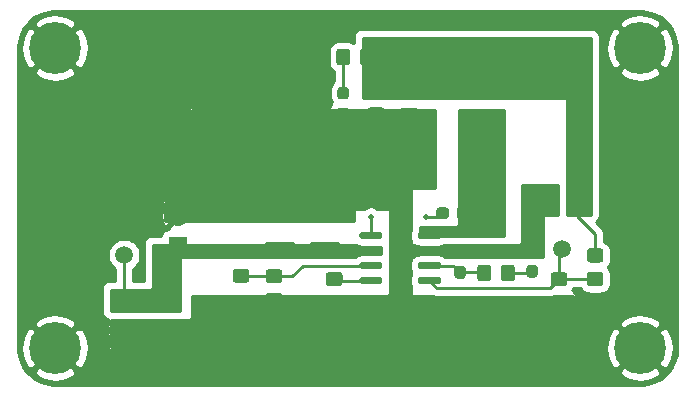
<source format=gtl>
%TF.GenerationSoftware,KiCad,Pcbnew,(5.1.12)-1*%
%TF.CreationDate,2022-02-19T00:27:12-08:00*%
%TF.ProjectId,powersupply,706f7765-7273-4757-9070-6c792e6b6963,1*%
%TF.SameCoordinates,Original*%
%TF.FileFunction,Copper,L1,Top*%
%TF.FilePolarity,Positive*%
%FSLAX46Y46*%
G04 Gerber Fmt 4.6, Leading zero omitted, Abs format (unit mm)*
G04 Created by KiCad (PCBNEW (5.1.12)-1) date 2022-02-19 00:27:12*
%MOMM*%
%LPD*%
G01*
G04 APERTURE LIST*
%TA.AperFunction,ComponentPad*%
%ADD10C,4.399999*%
%TD*%
%TA.AperFunction,SMDPad,CuDef*%
%ADD11C,1.500000*%
%TD*%
%TA.AperFunction,SMDPad,CuDef*%
%ADD12R,2.200000X1.500000*%
%TD*%
%TA.AperFunction,ComponentPad*%
%ADD13O,1.700000X1.700000*%
%TD*%
%TA.AperFunction,ComponentPad*%
%ADD14R,1.700000X1.700000*%
%TD*%
%TA.AperFunction,SMDPad,CuDef*%
%ADD15R,3.500000X2.300000*%
%TD*%
%TA.AperFunction,ComponentPad*%
%ADD16C,1.600000*%
%TD*%
%TA.AperFunction,ComponentPad*%
%ADD17R,1.600000X1.600000*%
%TD*%
%TA.AperFunction,ViaPad*%
%ADD18C,0.508000*%
%TD*%
%TA.AperFunction,Conductor*%
%ADD19C,0.152400*%
%TD*%
%TA.AperFunction,Conductor*%
%ADD20C,0.254000*%
%TD*%
%TA.AperFunction,Conductor*%
%ADD21C,0.100000*%
%TD*%
G04 APERTURE END LIST*
D10*
%TO.P,REF\u002A\u002A,1*%
%TO.N,GND*%
X171450000Y-117475000D03*
%TD*%
%TO.P,REF\u002A\u002A,1*%
%TO.N,GND*%
X121920000Y-117475000D03*
%TD*%
%TO.P,REF\u002A\u002A,1*%
%TO.N,GND*%
X121920000Y-92075000D03*
%TD*%
%TO.P,REF\u002A\u002A,1*%
%TO.N,GND*%
X171450000Y-92075000D03*
%TD*%
D11*
%TO.P,TP5,1*%
%TO.N,Net-(C7-Pad1)*%
X150876000Y-92837000D03*
%TD*%
%TO.P,TP4,1*%
%TO.N,Net-(R4-Pad2)*%
X164846000Y-109093000D03*
%TD*%
%TO.P,TP3,1*%
%TO.N,Net-(C4-Pad1)*%
X159004000Y-107061000D03*
%TD*%
%TO.P,TP2,1*%
%TO.N,Net-(C1-Pad1)*%
X127762000Y-109601000D03*
%TD*%
%TO.P,TP1,1*%
%TO.N,GND*%
X135890000Y-114935000D03*
%TD*%
%TO.P,U1,8*%
%TO.N,Net-(C4-Pad1)*%
%TA.AperFunction,SMDPad,CuDef*%
G36*
G01*
X152630000Y-108100000D02*
X152630000Y-107800000D01*
G75*
G02*
X152780000Y-107650000I150000J0D01*
G01*
X154430000Y-107650000D01*
G75*
G02*
X154580000Y-107800000I0J-150000D01*
G01*
X154580000Y-108100000D01*
G75*
G02*
X154430000Y-108250000I-150000J0D01*
G01*
X152780000Y-108250000D01*
G75*
G02*
X152630000Y-108100000I0J150000D01*
G01*
G37*
%TD.AperFunction*%
%TO.P,U1,7*%
%TO.N,GND*%
%TA.AperFunction,SMDPad,CuDef*%
G36*
G01*
X152630000Y-109370000D02*
X152630000Y-109070000D01*
G75*
G02*
X152780000Y-108920000I150000J0D01*
G01*
X154430000Y-108920000D01*
G75*
G02*
X154580000Y-109070000I0J-150000D01*
G01*
X154580000Y-109370000D01*
G75*
G02*
X154430000Y-109520000I-150000J0D01*
G01*
X152780000Y-109520000D01*
G75*
G02*
X152630000Y-109370000I0J150000D01*
G01*
G37*
%TD.AperFunction*%
%TO.P,U1,6*%
%TO.N,Net-(C8-Pad1)*%
%TA.AperFunction,SMDPad,CuDef*%
G36*
G01*
X152630000Y-110640000D02*
X152630000Y-110340000D01*
G75*
G02*
X152780000Y-110190000I150000J0D01*
G01*
X154430000Y-110190000D01*
G75*
G02*
X154580000Y-110340000I0J-150000D01*
G01*
X154580000Y-110640000D01*
G75*
G02*
X154430000Y-110790000I-150000J0D01*
G01*
X152780000Y-110790000D01*
G75*
G02*
X152630000Y-110640000I0J150000D01*
G01*
G37*
%TD.AperFunction*%
%TO.P,U1,5*%
%TO.N,Net-(R4-Pad2)*%
%TA.AperFunction,SMDPad,CuDef*%
G36*
G01*
X152630000Y-111910000D02*
X152630000Y-111610000D01*
G75*
G02*
X152780000Y-111460000I150000J0D01*
G01*
X154430000Y-111460000D01*
G75*
G02*
X154580000Y-111610000I0J-150000D01*
G01*
X154580000Y-111910000D01*
G75*
G02*
X154430000Y-112060000I-150000J0D01*
G01*
X152780000Y-112060000D01*
G75*
G02*
X152630000Y-111910000I0J150000D01*
G01*
G37*
%TD.AperFunction*%
%TO.P,U1,4*%
%TO.N,Net-(C5-Pad1)*%
%TA.AperFunction,SMDPad,CuDef*%
G36*
G01*
X147680000Y-111910000D02*
X147680000Y-111610000D01*
G75*
G02*
X147830000Y-111460000I150000J0D01*
G01*
X149480000Y-111460000D01*
G75*
G02*
X149630000Y-111610000I0J-150000D01*
G01*
X149630000Y-111910000D01*
G75*
G02*
X149480000Y-112060000I-150000J0D01*
G01*
X147830000Y-112060000D01*
G75*
G02*
X147680000Y-111910000I0J150000D01*
G01*
G37*
%TD.AperFunction*%
%TO.P,U1,3*%
%TO.N,Net-(R1-Pad2)*%
%TA.AperFunction,SMDPad,CuDef*%
G36*
G01*
X147680000Y-110640000D02*
X147680000Y-110340000D01*
G75*
G02*
X147830000Y-110190000I150000J0D01*
G01*
X149480000Y-110190000D01*
G75*
G02*
X149630000Y-110340000I0J-150000D01*
G01*
X149630000Y-110640000D01*
G75*
G02*
X149480000Y-110790000I-150000J0D01*
G01*
X147830000Y-110790000D01*
G75*
G02*
X147680000Y-110640000I0J150000D01*
G01*
G37*
%TD.AperFunction*%
%TO.P,U1,2*%
%TO.N,Net-(C1-Pad1)*%
%TA.AperFunction,SMDPad,CuDef*%
G36*
G01*
X147680000Y-109370000D02*
X147680000Y-109070000D01*
G75*
G02*
X147830000Y-108920000I150000J0D01*
G01*
X149480000Y-108920000D01*
G75*
G02*
X149630000Y-109070000I0J-150000D01*
G01*
X149630000Y-109370000D01*
G75*
G02*
X149480000Y-109520000I-150000J0D01*
G01*
X147830000Y-109520000D01*
G75*
G02*
X147680000Y-109370000I0J150000D01*
G01*
G37*
%TD.AperFunction*%
%TO.P,U1,1*%
%TO.N,Net-(C4-Pad2)*%
%TA.AperFunction,SMDPad,CuDef*%
G36*
G01*
X147680000Y-108100000D02*
X147680000Y-107800000D01*
G75*
G02*
X147830000Y-107650000I150000J0D01*
G01*
X149480000Y-107650000D01*
G75*
G02*
X149630000Y-107800000I0J-150000D01*
G01*
X149630000Y-108100000D01*
G75*
G02*
X149480000Y-108250000I-150000J0D01*
G01*
X147830000Y-108250000D01*
G75*
G02*
X147680000Y-108100000I0J150000D01*
G01*
G37*
%TD.AperFunction*%
%TD*%
%TO.P,R6,2*%
%TO.N,Net-(D2-Pad2)*%
%TA.AperFunction,SMDPad,CuDef*%
G36*
G01*
X146920000Y-92386999D02*
X146920000Y-93287001D01*
G75*
G02*
X146670001Y-93537000I-249999J0D01*
G01*
X145969999Y-93537000D01*
G75*
G02*
X145720000Y-93287001I0J249999D01*
G01*
X145720000Y-92386999D01*
G75*
G02*
X145969999Y-92137000I249999J0D01*
G01*
X146670001Y-92137000D01*
G75*
G02*
X146920000Y-92386999I0J-249999D01*
G01*
G37*
%TD.AperFunction*%
%TO.P,R6,1*%
%TO.N,Net-(C7-Pad1)*%
%TA.AperFunction,SMDPad,CuDef*%
G36*
G01*
X148920000Y-92386999D02*
X148920000Y-93287001D01*
G75*
G02*
X148670001Y-93537000I-249999J0D01*
G01*
X147969999Y-93537000D01*
G75*
G02*
X147720000Y-93287001I0J249999D01*
G01*
X147720000Y-92386999D01*
G75*
G02*
X147969999Y-92137000I249999J0D01*
G01*
X148670001Y-92137000D01*
G75*
G02*
X148920000Y-92386999I0J-249999D01*
G01*
G37*
%TD.AperFunction*%
%TD*%
%TO.P,R5,2*%
%TO.N,GND*%
%TA.AperFunction,SMDPad,CuDef*%
G36*
G01*
X164141999Y-113049000D02*
X165042001Y-113049000D01*
G75*
G02*
X165292000Y-113298999I0J-249999D01*
G01*
X165292000Y-113999001D01*
G75*
G02*
X165042001Y-114249000I-249999J0D01*
G01*
X164141999Y-114249000D01*
G75*
G02*
X163892000Y-113999001I0J249999D01*
G01*
X163892000Y-113298999D01*
G75*
G02*
X164141999Y-113049000I249999J0D01*
G01*
G37*
%TD.AperFunction*%
%TO.P,R5,1*%
%TO.N,Net-(R4-Pad2)*%
%TA.AperFunction,SMDPad,CuDef*%
G36*
G01*
X164141999Y-111049000D02*
X165042001Y-111049000D01*
G75*
G02*
X165292000Y-111298999I0J-249999D01*
G01*
X165292000Y-111999001D01*
G75*
G02*
X165042001Y-112249000I-249999J0D01*
G01*
X164141999Y-112249000D01*
G75*
G02*
X163892000Y-111999001I0J249999D01*
G01*
X163892000Y-111298999D01*
G75*
G02*
X164141999Y-111049000I249999J0D01*
G01*
G37*
%TD.AperFunction*%
%TD*%
%TO.P,R4,2*%
%TO.N,Net-(R4-Pad2)*%
%TA.AperFunction,SMDPad,CuDef*%
G36*
G01*
X167189999Y-111033000D02*
X168090001Y-111033000D01*
G75*
G02*
X168340000Y-111282999I0J-249999D01*
G01*
X168340000Y-111983001D01*
G75*
G02*
X168090001Y-112233000I-249999J0D01*
G01*
X167189999Y-112233000D01*
G75*
G02*
X166940000Y-111983001I0J249999D01*
G01*
X166940000Y-111282999D01*
G75*
G02*
X167189999Y-111033000I249999J0D01*
G01*
G37*
%TD.AperFunction*%
%TO.P,R4,1*%
%TO.N,Net-(C7-Pad1)*%
%TA.AperFunction,SMDPad,CuDef*%
G36*
G01*
X167189999Y-109033000D02*
X168090001Y-109033000D01*
G75*
G02*
X168340000Y-109282999I0J-249999D01*
G01*
X168340000Y-109983001D01*
G75*
G02*
X168090001Y-110233000I-249999J0D01*
G01*
X167189999Y-110233000D01*
G75*
G02*
X166940000Y-109983001I0J249999D01*
G01*
X166940000Y-109282999D01*
G75*
G02*
X167189999Y-109033000I249999J0D01*
G01*
G37*
%TD.AperFunction*%
%TD*%
%TO.P,R3,2*%
%TO.N,Net-(C6-Pad1)*%
%TA.AperFunction,SMDPad,CuDef*%
G36*
G01*
X159658000Y-111575001D02*
X159658000Y-110674999D01*
G75*
G02*
X159907999Y-110425000I249999J0D01*
G01*
X160608001Y-110425000D01*
G75*
G02*
X160858000Y-110674999I0J-249999D01*
G01*
X160858000Y-111575001D01*
G75*
G02*
X160608001Y-111825000I-249999J0D01*
G01*
X159907999Y-111825000D01*
G75*
G02*
X159658000Y-111575001I0J249999D01*
G01*
G37*
%TD.AperFunction*%
%TO.P,R3,1*%
%TO.N,Net-(C8-Pad1)*%
%TA.AperFunction,SMDPad,CuDef*%
G36*
G01*
X157658000Y-111575001D02*
X157658000Y-110674999D01*
G75*
G02*
X157907999Y-110425000I249999J0D01*
G01*
X158608001Y-110425000D01*
G75*
G02*
X158858000Y-110674999I0J-249999D01*
G01*
X158858000Y-111575001D01*
G75*
G02*
X158608001Y-111825000I-249999J0D01*
G01*
X157907999Y-111825000D01*
G75*
G02*
X157658000Y-111575001I0J249999D01*
G01*
G37*
%TD.AperFunction*%
%TD*%
%TO.P,R2,2*%
%TO.N,GND*%
%TA.AperFunction,SMDPad,CuDef*%
G36*
G01*
X140011999Y-112795000D02*
X140912001Y-112795000D01*
G75*
G02*
X141162000Y-113044999I0J-249999D01*
G01*
X141162000Y-113745001D01*
G75*
G02*
X140912001Y-113995000I-249999J0D01*
G01*
X140011999Y-113995000D01*
G75*
G02*
X139762000Y-113745001I0J249999D01*
G01*
X139762000Y-113044999D01*
G75*
G02*
X140011999Y-112795000I249999J0D01*
G01*
G37*
%TD.AperFunction*%
%TO.P,R2,1*%
%TO.N,Net-(R1-Pad2)*%
%TA.AperFunction,SMDPad,CuDef*%
G36*
G01*
X140011999Y-110795000D02*
X140912001Y-110795000D01*
G75*
G02*
X141162000Y-111044999I0J-249999D01*
G01*
X141162000Y-111745001D01*
G75*
G02*
X140912001Y-111995000I-249999J0D01*
G01*
X140011999Y-111995000D01*
G75*
G02*
X139762000Y-111745001I0J249999D01*
G01*
X139762000Y-111044999D01*
G75*
G02*
X140011999Y-110795000I249999J0D01*
G01*
G37*
%TD.AperFunction*%
%TD*%
%TO.P,R1,2*%
%TO.N,Net-(R1-Pad2)*%
%TA.AperFunction,SMDPad,CuDef*%
G36*
G01*
X137217999Y-110763000D02*
X138118001Y-110763000D01*
G75*
G02*
X138368000Y-111012999I0J-249999D01*
G01*
X138368000Y-111713001D01*
G75*
G02*
X138118001Y-111963000I-249999J0D01*
G01*
X137217999Y-111963000D01*
G75*
G02*
X136968000Y-111713001I0J249999D01*
G01*
X136968000Y-111012999D01*
G75*
G02*
X137217999Y-110763000I249999J0D01*
G01*
G37*
%TD.AperFunction*%
%TO.P,R1,1*%
%TO.N,Net-(C1-Pad1)*%
%TA.AperFunction,SMDPad,CuDef*%
G36*
G01*
X137217999Y-108763000D02*
X138118001Y-108763000D01*
G75*
G02*
X138368000Y-109012999I0J-249999D01*
G01*
X138368000Y-109713001D01*
G75*
G02*
X138118001Y-109963000I-249999J0D01*
G01*
X137217999Y-109963000D01*
G75*
G02*
X136968000Y-109713001I0J249999D01*
G01*
X136968000Y-109012999D01*
G75*
G02*
X137217999Y-108763000I249999J0D01*
G01*
G37*
%TD.AperFunction*%
%TD*%
D12*
%TO.P,L1,2*%
%TO.N,Net-(C7-Pad1)*%
X157988000Y-91923000D03*
%TO.P,L1,1*%
%TO.N,Net-(C4-Pad1)*%
X157988000Y-98323000D03*
%TD*%
D13*
%TO.P,J2,2*%
%TO.N,GND*%
X163576000Y-104775000D03*
D14*
%TO.P,J2,1*%
%TO.N,Net-(C7-Pad1)*%
X166116000Y-104775000D03*
%TD*%
D13*
%TO.P,J1,2*%
%TO.N,GND*%
X127762000Y-115951000D03*
D14*
%TO.P,J1,1*%
%TO.N,Net-(C1-Pad1)*%
X127762000Y-113411000D03*
%TD*%
%TO.P,D2,2*%
%TO.N,Net-(D2-Pad2)*%
%TA.AperFunction,SMDPad,CuDef*%
G36*
G01*
X146541500Y-96410000D02*
X146066500Y-96410000D01*
G75*
G02*
X145829000Y-96172500I0J237500D01*
G01*
X145829000Y-95597500D01*
G75*
G02*
X146066500Y-95360000I237500J0D01*
G01*
X146541500Y-95360000D01*
G75*
G02*
X146779000Y-95597500I0J-237500D01*
G01*
X146779000Y-96172500D01*
G75*
G02*
X146541500Y-96410000I-237500J0D01*
G01*
G37*
%TD.AperFunction*%
%TO.P,D2,1*%
%TO.N,GND*%
%TA.AperFunction,SMDPad,CuDef*%
G36*
G01*
X146541500Y-98160000D02*
X146066500Y-98160000D01*
G75*
G02*
X145829000Y-97922500I0J237500D01*
G01*
X145829000Y-97347500D01*
G75*
G02*
X146066500Y-97110000I237500J0D01*
G01*
X146541500Y-97110000D01*
G75*
G02*
X146779000Y-97347500I0J-237500D01*
G01*
X146779000Y-97922500D01*
G75*
G02*
X146541500Y-98160000I-237500J0D01*
G01*
G37*
%TD.AperFunction*%
%TD*%
D15*
%TO.P,D1,2*%
%TO.N,GND*%
X152334000Y-102489000D03*
%TO.P,D1,1*%
%TO.N,Net-(C4-Pad1)*%
X157734000Y-102489000D03*
%TD*%
%TO.P,C9,2*%
%TO.N,GND*%
%TA.AperFunction,SMDPad,CuDef*%
G36*
G01*
X148623000Y-97097000D02*
X149573000Y-97097000D01*
G75*
G02*
X149823000Y-97347000I0J-250000D01*
G01*
X149823000Y-98022000D01*
G75*
G02*
X149573000Y-98272000I-250000J0D01*
G01*
X148623000Y-98272000D01*
G75*
G02*
X148373000Y-98022000I0J250000D01*
G01*
X148373000Y-97347000D01*
G75*
G02*
X148623000Y-97097000I250000J0D01*
G01*
G37*
%TD.AperFunction*%
%TO.P,C9,1*%
%TO.N,Net-(C7-Pad1)*%
%TA.AperFunction,SMDPad,CuDef*%
G36*
G01*
X148623000Y-95022000D02*
X149573000Y-95022000D01*
G75*
G02*
X149823000Y-95272000I0J-250000D01*
G01*
X149823000Y-95947000D01*
G75*
G02*
X149573000Y-96197000I-250000J0D01*
G01*
X148623000Y-96197000D01*
G75*
G02*
X148373000Y-95947000I0J250000D01*
G01*
X148373000Y-95272000D01*
G75*
G02*
X148623000Y-95022000I250000J0D01*
G01*
G37*
%TD.AperFunction*%
%TD*%
%TO.P,C8,2*%
%TO.N,GND*%
%TA.AperFunction,SMDPad,CuDef*%
G36*
G01*
X156447500Y-109884500D02*
X155972500Y-109884500D01*
G75*
G02*
X155735000Y-109647000I0J237500D01*
G01*
X155735000Y-109047000D01*
G75*
G02*
X155972500Y-108809500I237500J0D01*
G01*
X156447500Y-108809500D01*
G75*
G02*
X156685000Y-109047000I0J-237500D01*
G01*
X156685000Y-109647000D01*
G75*
G02*
X156447500Y-109884500I-237500J0D01*
G01*
G37*
%TD.AperFunction*%
%TO.P,C8,1*%
%TO.N,Net-(C8-Pad1)*%
%TA.AperFunction,SMDPad,CuDef*%
G36*
G01*
X156447500Y-111609500D02*
X155972500Y-111609500D01*
G75*
G02*
X155735000Y-111372000I0J237500D01*
G01*
X155735000Y-110772000D01*
G75*
G02*
X155972500Y-110534500I237500J0D01*
G01*
X156447500Y-110534500D01*
G75*
G02*
X156685000Y-110772000I0J-237500D01*
G01*
X156685000Y-111372000D01*
G75*
G02*
X156447500Y-111609500I-237500J0D01*
G01*
G37*
%TD.AperFunction*%
%TD*%
%TO.P,C7,2*%
%TO.N,GND*%
%TA.AperFunction,SMDPad,CuDef*%
G36*
G01*
X151417000Y-97118500D02*
X152367000Y-97118500D01*
G75*
G02*
X152617000Y-97368500I0J-250000D01*
G01*
X152617000Y-98043500D01*
G75*
G02*
X152367000Y-98293500I-250000J0D01*
G01*
X151417000Y-98293500D01*
G75*
G02*
X151167000Y-98043500I0J250000D01*
G01*
X151167000Y-97368500D01*
G75*
G02*
X151417000Y-97118500I250000J0D01*
G01*
G37*
%TD.AperFunction*%
%TO.P,C7,1*%
%TO.N,Net-(C7-Pad1)*%
%TA.AperFunction,SMDPad,CuDef*%
G36*
G01*
X151417000Y-95043500D02*
X152367000Y-95043500D01*
G75*
G02*
X152617000Y-95293500I0J-250000D01*
G01*
X152617000Y-95968500D01*
G75*
G02*
X152367000Y-96218500I-250000J0D01*
G01*
X151417000Y-96218500D01*
G75*
G02*
X151167000Y-95968500I0J250000D01*
G01*
X151167000Y-95293500D01*
G75*
G02*
X151417000Y-95043500I250000J0D01*
G01*
G37*
%TD.AperFunction*%
%TD*%
%TO.P,C6,2*%
%TO.N,GND*%
%TA.AperFunction,SMDPad,CuDef*%
G36*
G01*
X162543500Y-109784000D02*
X162068500Y-109784000D01*
G75*
G02*
X161831000Y-109546500I0J237500D01*
G01*
X161831000Y-108946500D01*
G75*
G02*
X162068500Y-108709000I237500J0D01*
G01*
X162543500Y-108709000D01*
G75*
G02*
X162781000Y-108946500I0J-237500D01*
G01*
X162781000Y-109546500D01*
G75*
G02*
X162543500Y-109784000I-237500J0D01*
G01*
G37*
%TD.AperFunction*%
%TO.P,C6,1*%
%TO.N,Net-(C6-Pad1)*%
%TA.AperFunction,SMDPad,CuDef*%
G36*
G01*
X162543500Y-111509000D02*
X162068500Y-111509000D01*
G75*
G02*
X161831000Y-111271500I0J237500D01*
G01*
X161831000Y-110671500D01*
G75*
G02*
X162068500Y-110434000I237500J0D01*
G01*
X162543500Y-110434000D01*
G75*
G02*
X162781000Y-110671500I0J-237500D01*
G01*
X162781000Y-111271500D01*
G75*
G02*
X162543500Y-111509000I-237500J0D01*
G01*
G37*
%TD.AperFunction*%
%TD*%
%TO.P,C5,2*%
%TO.N,GND*%
%TA.AperFunction,SMDPad,CuDef*%
G36*
G01*
X145067000Y-113120500D02*
X146017000Y-113120500D01*
G75*
G02*
X146267000Y-113370500I0J-250000D01*
G01*
X146267000Y-114045500D01*
G75*
G02*
X146017000Y-114295500I-250000J0D01*
G01*
X145067000Y-114295500D01*
G75*
G02*
X144817000Y-114045500I0J250000D01*
G01*
X144817000Y-113370500D01*
G75*
G02*
X145067000Y-113120500I250000J0D01*
G01*
G37*
%TD.AperFunction*%
%TO.P,C5,1*%
%TO.N,Net-(C5-Pad1)*%
%TA.AperFunction,SMDPad,CuDef*%
G36*
G01*
X145067000Y-111045500D02*
X146017000Y-111045500D01*
G75*
G02*
X146267000Y-111295500I0J-250000D01*
G01*
X146267000Y-111970500D01*
G75*
G02*
X146017000Y-112220500I-250000J0D01*
G01*
X145067000Y-112220500D01*
G75*
G02*
X144817000Y-111970500I0J250000D01*
G01*
X144817000Y-111295500D01*
G75*
G02*
X145067000Y-111045500I250000J0D01*
G01*
G37*
%TD.AperFunction*%
%TD*%
%TO.P,C4,2*%
%TO.N,Net-(C4-Pad2)*%
%TA.AperFunction,SMDPad,CuDef*%
G36*
G01*
X155276500Y-105807500D02*
X155276500Y-106282500D01*
G75*
G02*
X155039000Y-106520000I-237500J0D01*
G01*
X154439000Y-106520000D01*
G75*
G02*
X154201500Y-106282500I0J237500D01*
G01*
X154201500Y-105807500D01*
G75*
G02*
X154439000Y-105570000I237500J0D01*
G01*
X155039000Y-105570000D01*
G75*
G02*
X155276500Y-105807500I0J-237500D01*
G01*
G37*
%TD.AperFunction*%
%TO.P,C4,1*%
%TO.N,Net-(C4-Pad1)*%
%TA.AperFunction,SMDPad,CuDef*%
G36*
G01*
X157001500Y-105807500D02*
X157001500Y-106282500D01*
G75*
G02*
X156764000Y-106520000I-237500J0D01*
G01*
X156164000Y-106520000D01*
G75*
G02*
X155926500Y-106282500I0J237500D01*
G01*
X155926500Y-105807500D01*
G75*
G02*
X156164000Y-105570000I237500J0D01*
G01*
X156764000Y-105570000D01*
G75*
G02*
X157001500Y-105807500I0J-237500D01*
G01*
G37*
%TD.AperFunction*%
%TD*%
%TO.P,C3,2*%
%TO.N,GND*%
%TA.AperFunction,SMDPad,CuDef*%
G36*
G01*
X145880001Y-106707500D02*
X143679999Y-106707500D01*
G75*
G02*
X143430000Y-106457501I0J249999D01*
G01*
X143430000Y-105632499D01*
G75*
G02*
X143679999Y-105382500I249999J0D01*
G01*
X145880001Y-105382500D01*
G75*
G02*
X146130000Y-105632499I0J-249999D01*
G01*
X146130000Y-106457501D01*
G75*
G02*
X145880001Y-106707500I-249999J0D01*
G01*
G37*
%TD.AperFunction*%
%TO.P,C3,1*%
%TO.N,Net-(C1-Pad1)*%
%TA.AperFunction,SMDPad,CuDef*%
G36*
G01*
X145880001Y-109832500D02*
X143679999Y-109832500D01*
G75*
G02*
X143430000Y-109582501I0J249999D01*
G01*
X143430000Y-108757499D01*
G75*
G02*
X143679999Y-108507500I249999J0D01*
G01*
X145880001Y-108507500D01*
G75*
G02*
X146130000Y-108757499I0J-249999D01*
G01*
X146130000Y-109582501D01*
G75*
G02*
X145880001Y-109832500I-249999J0D01*
G01*
G37*
%TD.AperFunction*%
%TD*%
%TO.P,C2,2*%
%TO.N,GND*%
%TA.AperFunction,SMDPad,CuDef*%
G36*
G01*
X142070001Y-106707500D02*
X139869999Y-106707500D01*
G75*
G02*
X139620000Y-106457501I0J249999D01*
G01*
X139620000Y-105632499D01*
G75*
G02*
X139869999Y-105382500I249999J0D01*
G01*
X142070001Y-105382500D01*
G75*
G02*
X142320000Y-105632499I0J-249999D01*
G01*
X142320000Y-106457501D01*
G75*
G02*
X142070001Y-106707500I-249999J0D01*
G01*
G37*
%TD.AperFunction*%
%TO.P,C2,1*%
%TO.N,Net-(C1-Pad1)*%
%TA.AperFunction,SMDPad,CuDef*%
G36*
G01*
X142070001Y-109832500D02*
X139869999Y-109832500D01*
G75*
G02*
X139620000Y-109582501I0J249999D01*
G01*
X139620000Y-108757499D01*
G75*
G02*
X139869999Y-108507500I249999J0D01*
G01*
X142070001Y-108507500D01*
G75*
G02*
X142320000Y-108757499I0J-249999D01*
G01*
X142320000Y-109582501D01*
G75*
G02*
X142070001Y-109832500I-249999J0D01*
G01*
G37*
%TD.AperFunction*%
%TD*%
D16*
%TO.P,C1,2*%
%TO.N,GND*%
X132334000Y-106339000D03*
D17*
%TO.P,C1,1*%
%TO.N,Net-(C1-Pad1)*%
X132334000Y-108839000D03*
%TD*%
D18*
%TO.N,GND*%
X151130000Y-113411000D03*
X150368000Y-113411000D03*
X151892000Y-113411000D03*
X151892000Y-114173000D03*
X151130000Y-114173000D03*
X150368000Y-114173000D03*
X150622000Y-108331000D03*
X151638000Y-108331000D03*
X150622000Y-109093000D03*
X151638000Y-109093000D03*
X150622000Y-109855000D03*
X151638000Y-109855000D03*
X150622000Y-110617000D03*
X151638000Y-110617000D03*
X150622000Y-111379000D03*
X151638000Y-111379000D03*
%TO.N,Net-(C4-Pad2)*%
X148655000Y-106364000D03*
X153351000Y-106364000D03*
%TD*%
D19*
%TO.N,GND*%
X123444000Y-115951000D02*
X121920000Y-117475000D01*
X127762000Y-115951000D02*
X123444000Y-115951000D01*
D20*
%TO.N,Net-(C1-Pad1)*%
X127762000Y-109601000D02*
X127762000Y-113411000D01*
D19*
%TO.N,Net-(C4-Pad2)*%
X148655000Y-106364000D02*
X148655000Y-106364000D01*
X154674000Y-106364000D02*
X154739000Y-106299000D01*
X153351000Y-106364000D02*
X154674000Y-106364000D01*
D20*
X148655000Y-107950000D02*
X148655000Y-106364000D01*
X154420000Y-106364000D02*
X154739000Y-106045000D01*
X153351000Y-106364000D02*
X154420000Y-106364000D01*
D19*
%TO.N,Net-(C4-Pad1)*%
X153605000Y-107950000D02*
X153986000Y-107569000D01*
X153986000Y-107569000D02*
X156210000Y-107569000D01*
X156464000Y-107315000D02*
X156464000Y-106045000D01*
X156210000Y-107569000D02*
X156464000Y-107315000D01*
D20*
%TO.N,Net-(C5-Pad1)*%
X145669000Y-111760000D02*
X145542000Y-111633000D01*
X148655000Y-111760000D02*
X145669000Y-111760000D01*
%TO.N,Net-(C6-Pad1)*%
X162152500Y-111125000D02*
X162306000Y-110971500D01*
X160258000Y-111125000D02*
X162152500Y-111125000D01*
D19*
%TO.N,Net-(C7-Pad1)*%
X166116000Y-104775000D02*
X166116000Y-106299000D01*
X157988000Y-91923000D02*
X157988000Y-92837000D01*
X157988000Y-92837000D02*
X158750000Y-93599000D01*
X158750000Y-93599000D02*
X165100000Y-93599000D01*
X166116000Y-94615000D02*
X166116000Y-104775000D01*
X165100000Y-93599000D02*
X166116000Y-94615000D01*
D20*
X167640000Y-107823000D02*
X166116000Y-106299000D01*
X167640000Y-109633000D02*
X167640000Y-107823000D01*
%TO.N,Net-(C8-Pad1)*%
X155628000Y-110490000D02*
X156210000Y-111072000D01*
X153605000Y-110490000D02*
X155628000Y-110490000D01*
X158205000Y-111072000D02*
X158258000Y-111125000D01*
X156210000Y-111072000D02*
X158205000Y-111072000D01*
%TO.N,Net-(D2-Pad2)*%
X146304000Y-92853000D02*
X146320000Y-92837000D01*
X146304000Y-95885000D02*
X146304000Y-92853000D01*
%TO.N,Net-(R1-Pad2)*%
X140430000Y-111363000D02*
X140462000Y-111395000D01*
X137668000Y-111363000D02*
X140430000Y-111363000D01*
X148655000Y-110490000D02*
X142875000Y-110490000D01*
X141970000Y-111395000D02*
X140462000Y-111395000D01*
X142875000Y-110490000D02*
X141970000Y-111395000D01*
%TO.N,Net-(R4-Pad2)*%
X163846000Y-112395000D02*
X164592000Y-111649000D01*
X154240000Y-112395000D02*
X163846000Y-112395000D01*
X167624000Y-111649000D02*
X167640000Y-111633000D01*
X164592000Y-111649000D02*
X167624000Y-111649000D01*
X164592000Y-109347000D02*
X164846000Y-109093000D01*
X164592000Y-111649000D02*
X164592000Y-109347000D01*
X154240000Y-112395000D02*
X153605000Y-111760000D01*
%TD*%
%TO.N,Net-(C4-Pad1)*%
X159893000Y-107950000D02*
X152781000Y-107950000D01*
X152781000Y-107188000D01*
X153017244Y-107188000D01*
X153091688Y-107218836D01*
X153263441Y-107253000D01*
X153438559Y-107253000D01*
X153610312Y-107218836D01*
X153684756Y-107188000D01*
X155956000Y-107188000D01*
X155980776Y-107185560D01*
X156004601Y-107178333D01*
X156026557Y-107166597D01*
X156045803Y-107150803D01*
X156061597Y-107131557D01*
X156073333Y-107109601D01*
X156080560Y-107085776D01*
X156083000Y-107061000D01*
X156083000Y-97282000D01*
X159893000Y-97282000D01*
X159893000Y-107950000D01*
%TA.AperFunction,Conductor*%
D21*
G36*
X159893000Y-107950000D02*
G01*
X152781000Y-107950000D01*
X152781000Y-107188000D01*
X153017244Y-107188000D01*
X153091688Y-107218836D01*
X153263441Y-107253000D01*
X153438559Y-107253000D01*
X153610312Y-107218836D01*
X153684756Y-107188000D01*
X155956000Y-107188000D01*
X155980776Y-107185560D01*
X156004601Y-107178333D01*
X156026557Y-107166597D01*
X156045803Y-107150803D01*
X156061597Y-107131557D01*
X156073333Y-107109601D01*
X156080560Y-107085776D01*
X156083000Y-107061000D01*
X156083000Y-97282000D01*
X159893000Y-97282000D01*
X159893000Y-107950000D01*
G37*
%TD.AperFunction*%
%TD*%
D20*
%TO.N,Net-(C7-Pad1)*%
X167259000Y-106172000D02*
X165227000Y-106172000D01*
X165227000Y-96393000D01*
X165224560Y-96368224D01*
X165217333Y-96344399D01*
X165205597Y-96322443D01*
X165189803Y-96303197D01*
X165170557Y-96287403D01*
X165148601Y-96275667D01*
X165124776Y-96268440D01*
X165100000Y-96266000D01*
X147955000Y-96266000D01*
X147955000Y-91186000D01*
X167259000Y-91186000D01*
X167259000Y-106172000D01*
%TA.AperFunction,Conductor*%
D21*
G36*
X167259000Y-106172000D02*
G01*
X165227000Y-106172000D01*
X165227000Y-96393000D01*
X165224560Y-96368224D01*
X165217333Y-96344399D01*
X165205597Y-96322443D01*
X165189803Y-96303197D01*
X165170557Y-96287403D01*
X165148601Y-96275667D01*
X165124776Y-96268440D01*
X165100000Y-96266000D01*
X147955000Y-96266000D01*
X147955000Y-91186000D01*
X167259000Y-91186000D01*
X167259000Y-106172000D01*
G37*
%TD.AperFunction*%
%TD*%
D20*
%TO.N,GND*%
X154051000Y-103886000D02*
X152146000Y-103886000D01*
X152121224Y-103888440D01*
X152097399Y-103895667D01*
X152075443Y-103907403D01*
X152056197Y-103923197D01*
X152040403Y-103942443D01*
X152028667Y-103964399D01*
X152021440Y-103988224D01*
X152019000Y-104013000D01*
X152019000Y-107606930D01*
X152007071Y-107646255D01*
X151991928Y-107800000D01*
X151991928Y-108100000D01*
X152007071Y-108253745D01*
X152019000Y-108293070D01*
X152019000Y-108585000D01*
X152021440Y-108609776D01*
X152028667Y-108633601D01*
X152040403Y-108655557D01*
X152056197Y-108674803D01*
X152075443Y-108690597D01*
X152097399Y-108702333D01*
X152121224Y-108709560D01*
X152146000Y-108712000D01*
X152289461Y-108712000D01*
X152342171Y-108755258D01*
X152478418Y-108828084D01*
X152626255Y-108872929D01*
X152780000Y-108888072D01*
X154430000Y-108888072D01*
X154583745Y-108872929D01*
X154731582Y-108828084D01*
X154867829Y-108755258D01*
X154920539Y-108712000D01*
X161290000Y-108712000D01*
X161314776Y-108709560D01*
X161338601Y-108702333D01*
X161360557Y-108690597D01*
X161379803Y-108674803D01*
X161395597Y-108655557D01*
X161407333Y-108633601D01*
X161414560Y-108609776D01*
X161417000Y-108585000D01*
X161417000Y-103632000D01*
X164465000Y-103632000D01*
X164465000Y-106172000D01*
X163322000Y-106172000D01*
X163297224Y-106174440D01*
X163273399Y-106181667D01*
X163251443Y-106193403D01*
X163232197Y-106209197D01*
X163216403Y-106228443D01*
X163204667Y-106250399D01*
X163197440Y-106274224D01*
X163195000Y-106299000D01*
X163195000Y-109728000D01*
X155665423Y-109728000D01*
X155628000Y-109724314D01*
X155590577Y-109728000D01*
X154920539Y-109728000D01*
X154867829Y-109684742D01*
X154731582Y-109611916D01*
X154583745Y-109567071D01*
X154430000Y-109551928D01*
X152780000Y-109551928D01*
X152626255Y-109567071D01*
X152478418Y-109611916D01*
X152342171Y-109684742D01*
X152289461Y-109728000D01*
X152146000Y-109728000D01*
X152121224Y-109730440D01*
X152097399Y-109737667D01*
X152075443Y-109749403D01*
X152056197Y-109765197D01*
X152040403Y-109784443D01*
X152028667Y-109806399D01*
X152021440Y-109830224D01*
X152019000Y-109855000D01*
X152019000Y-110146930D01*
X152007071Y-110186255D01*
X151991928Y-110340000D01*
X151991928Y-110640000D01*
X152007071Y-110793745D01*
X152019000Y-110833070D01*
X152019000Y-111416930D01*
X152007071Y-111456255D01*
X151991928Y-111610000D01*
X151991928Y-111910000D01*
X152007071Y-112063745D01*
X152019000Y-112103070D01*
X152019000Y-112903000D01*
X152021440Y-112927776D01*
X152028667Y-112951601D01*
X152040403Y-112973557D01*
X152056197Y-112992803D01*
X152075443Y-113008597D01*
X152097399Y-113020333D01*
X152121224Y-113027560D01*
X152146000Y-113030000D01*
X153812603Y-113030000D01*
X153814607Y-113031645D01*
X153885364Y-113069465D01*
X153946985Y-113102402D01*
X154090622Y-113145974D01*
X154202574Y-113157000D01*
X154202577Y-113157000D01*
X154240000Y-113160686D01*
X154277423Y-113157000D01*
X163808577Y-113157000D01*
X163846000Y-113160686D01*
X163883423Y-113157000D01*
X163883426Y-113157000D01*
X163995378Y-113145974D01*
X164139015Y-113102402D01*
X164271392Y-113031645D01*
X164273396Y-113030000D01*
X165735000Y-113030000D01*
X165735000Y-117348000D01*
X126619000Y-117348000D01*
X126619000Y-115062000D01*
X133350000Y-115062000D01*
X133374776Y-115059560D01*
X133398601Y-115052333D01*
X133420557Y-115040597D01*
X133439803Y-115024803D01*
X133455597Y-115005557D01*
X133467333Y-114983601D01*
X133474560Y-114959776D01*
X133477000Y-114935000D01*
X133477000Y-113030000D01*
X150114000Y-113030000D01*
X150138776Y-113027560D01*
X150162601Y-113020333D01*
X150184557Y-113008597D01*
X150203803Y-112992803D01*
X150219597Y-112973557D01*
X150231333Y-112951601D01*
X150238560Y-112927776D01*
X150241000Y-112903000D01*
X150241000Y-112103070D01*
X150252929Y-112063745D01*
X150268072Y-111910000D01*
X150268072Y-111610000D01*
X150252929Y-111456255D01*
X150241000Y-111416930D01*
X150241000Y-110833070D01*
X150252929Y-110793745D01*
X150268072Y-110640000D01*
X150268072Y-110340000D01*
X150252929Y-110186255D01*
X150241000Y-110146930D01*
X150241000Y-109563070D01*
X150252929Y-109523745D01*
X150268072Y-109370000D01*
X150268072Y-109070000D01*
X150252929Y-108916255D01*
X150241000Y-108876930D01*
X150241000Y-108293070D01*
X150252929Y-108253745D01*
X150268072Y-108100000D01*
X150268072Y-107800000D01*
X150252929Y-107646255D01*
X150241000Y-107606930D01*
X150241000Y-105791000D01*
X150238560Y-105766224D01*
X150231333Y-105742399D01*
X150219597Y-105720443D01*
X150203803Y-105701197D01*
X150184557Y-105685403D01*
X150162601Y-105673667D01*
X150138776Y-105666440D01*
X150114000Y-105664000D01*
X149207533Y-105664000D01*
X149076099Y-105576179D01*
X148914312Y-105509164D01*
X148742559Y-105475000D01*
X148567441Y-105475000D01*
X148395688Y-105509164D01*
X148233901Y-105576179D01*
X148102467Y-105664000D01*
X147320000Y-105664000D01*
X147295224Y-105666440D01*
X147271399Y-105673667D01*
X147249443Y-105685403D01*
X147230197Y-105701197D01*
X147214403Y-105720443D01*
X147202667Y-105742399D01*
X147195440Y-105766224D01*
X147193000Y-105791000D01*
X147193000Y-106680000D01*
X131191000Y-106680000D01*
X131191000Y-105156000D01*
X133350000Y-105156000D01*
X133374776Y-105153560D01*
X133398601Y-105146333D01*
X133420557Y-105134597D01*
X133439803Y-105118803D01*
X133455597Y-105099557D01*
X133467333Y-105077601D01*
X133474560Y-105053776D01*
X133477000Y-105029000D01*
X133477000Y-97282000D01*
X154051000Y-97282000D01*
X154051000Y-103886000D01*
%TA.AperFunction,Conductor*%
D21*
G36*
X154051000Y-103886000D02*
G01*
X152146000Y-103886000D01*
X152121224Y-103888440D01*
X152097399Y-103895667D01*
X152075443Y-103907403D01*
X152056197Y-103923197D01*
X152040403Y-103942443D01*
X152028667Y-103964399D01*
X152021440Y-103988224D01*
X152019000Y-104013000D01*
X152019000Y-107606930D01*
X152007071Y-107646255D01*
X151991928Y-107800000D01*
X151991928Y-108100000D01*
X152007071Y-108253745D01*
X152019000Y-108293070D01*
X152019000Y-108585000D01*
X152021440Y-108609776D01*
X152028667Y-108633601D01*
X152040403Y-108655557D01*
X152056197Y-108674803D01*
X152075443Y-108690597D01*
X152097399Y-108702333D01*
X152121224Y-108709560D01*
X152146000Y-108712000D01*
X152289461Y-108712000D01*
X152342171Y-108755258D01*
X152478418Y-108828084D01*
X152626255Y-108872929D01*
X152780000Y-108888072D01*
X154430000Y-108888072D01*
X154583745Y-108872929D01*
X154731582Y-108828084D01*
X154867829Y-108755258D01*
X154920539Y-108712000D01*
X161290000Y-108712000D01*
X161314776Y-108709560D01*
X161338601Y-108702333D01*
X161360557Y-108690597D01*
X161379803Y-108674803D01*
X161395597Y-108655557D01*
X161407333Y-108633601D01*
X161414560Y-108609776D01*
X161417000Y-108585000D01*
X161417000Y-103632000D01*
X164465000Y-103632000D01*
X164465000Y-106172000D01*
X163322000Y-106172000D01*
X163297224Y-106174440D01*
X163273399Y-106181667D01*
X163251443Y-106193403D01*
X163232197Y-106209197D01*
X163216403Y-106228443D01*
X163204667Y-106250399D01*
X163197440Y-106274224D01*
X163195000Y-106299000D01*
X163195000Y-109728000D01*
X155665423Y-109728000D01*
X155628000Y-109724314D01*
X155590577Y-109728000D01*
X154920539Y-109728000D01*
X154867829Y-109684742D01*
X154731582Y-109611916D01*
X154583745Y-109567071D01*
X154430000Y-109551928D01*
X152780000Y-109551928D01*
X152626255Y-109567071D01*
X152478418Y-109611916D01*
X152342171Y-109684742D01*
X152289461Y-109728000D01*
X152146000Y-109728000D01*
X152121224Y-109730440D01*
X152097399Y-109737667D01*
X152075443Y-109749403D01*
X152056197Y-109765197D01*
X152040403Y-109784443D01*
X152028667Y-109806399D01*
X152021440Y-109830224D01*
X152019000Y-109855000D01*
X152019000Y-110146930D01*
X152007071Y-110186255D01*
X151991928Y-110340000D01*
X151991928Y-110640000D01*
X152007071Y-110793745D01*
X152019000Y-110833070D01*
X152019000Y-111416930D01*
X152007071Y-111456255D01*
X151991928Y-111610000D01*
X151991928Y-111910000D01*
X152007071Y-112063745D01*
X152019000Y-112103070D01*
X152019000Y-112903000D01*
X152021440Y-112927776D01*
X152028667Y-112951601D01*
X152040403Y-112973557D01*
X152056197Y-112992803D01*
X152075443Y-113008597D01*
X152097399Y-113020333D01*
X152121224Y-113027560D01*
X152146000Y-113030000D01*
X153812603Y-113030000D01*
X153814607Y-113031645D01*
X153885364Y-113069465D01*
X153946985Y-113102402D01*
X154090622Y-113145974D01*
X154202574Y-113157000D01*
X154202577Y-113157000D01*
X154240000Y-113160686D01*
X154277423Y-113157000D01*
X163808577Y-113157000D01*
X163846000Y-113160686D01*
X163883423Y-113157000D01*
X163883426Y-113157000D01*
X163995378Y-113145974D01*
X164139015Y-113102402D01*
X164271392Y-113031645D01*
X164273396Y-113030000D01*
X165735000Y-113030000D01*
X165735000Y-117348000D01*
X126619000Y-117348000D01*
X126619000Y-115062000D01*
X133350000Y-115062000D01*
X133374776Y-115059560D01*
X133398601Y-115052333D01*
X133420557Y-115040597D01*
X133439803Y-115024803D01*
X133455597Y-115005557D01*
X133467333Y-114983601D01*
X133474560Y-114959776D01*
X133477000Y-114935000D01*
X133477000Y-113030000D01*
X150114000Y-113030000D01*
X150138776Y-113027560D01*
X150162601Y-113020333D01*
X150184557Y-113008597D01*
X150203803Y-112992803D01*
X150219597Y-112973557D01*
X150231333Y-112951601D01*
X150238560Y-112927776D01*
X150241000Y-112903000D01*
X150241000Y-112103070D01*
X150252929Y-112063745D01*
X150268072Y-111910000D01*
X150268072Y-111610000D01*
X150252929Y-111456255D01*
X150241000Y-111416930D01*
X150241000Y-110833070D01*
X150252929Y-110793745D01*
X150268072Y-110640000D01*
X150268072Y-110340000D01*
X150252929Y-110186255D01*
X150241000Y-110146930D01*
X150241000Y-109563070D01*
X150252929Y-109523745D01*
X150268072Y-109370000D01*
X150268072Y-109070000D01*
X150252929Y-108916255D01*
X150241000Y-108876930D01*
X150241000Y-108293070D01*
X150252929Y-108253745D01*
X150268072Y-108100000D01*
X150268072Y-107800000D01*
X150252929Y-107646255D01*
X150241000Y-107606930D01*
X150241000Y-105791000D01*
X150238560Y-105766224D01*
X150231333Y-105742399D01*
X150219597Y-105720443D01*
X150203803Y-105701197D01*
X150184557Y-105685403D01*
X150162601Y-105673667D01*
X150138776Y-105666440D01*
X150114000Y-105664000D01*
X149207533Y-105664000D01*
X149076099Y-105576179D01*
X148914312Y-105509164D01*
X148742559Y-105475000D01*
X148567441Y-105475000D01*
X148395688Y-105509164D01*
X148233901Y-105576179D01*
X148102467Y-105664000D01*
X147320000Y-105664000D01*
X147295224Y-105666440D01*
X147271399Y-105673667D01*
X147249443Y-105685403D01*
X147230197Y-105701197D01*
X147214403Y-105720443D01*
X147202667Y-105742399D01*
X147195440Y-105766224D01*
X147193000Y-105791000D01*
X147193000Y-106680000D01*
X131191000Y-106680000D01*
X131191000Y-105156000D01*
X133350000Y-105156000D01*
X133374776Y-105153560D01*
X133398601Y-105146333D01*
X133420557Y-105134597D01*
X133439803Y-105118803D01*
X133455597Y-105099557D01*
X133467333Y-105077601D01*
X133474560Y-105053776D01*
X133477000Y-105029000D01*
X133477000Y-97282000D01*
X154051000Y-97282000D01*
X154051000Y-103886000D01*
G37*
%TD.AperFunction*%
%TD*%
D20*
%TO.N,Net-(C1-Pad1)*%
X147392171Y-108755258D02*
X147528418Y-108828084D01*
X147676255Y-108872929D01*
X147830000Y-108888072D01*
X149479000Y-108888072D01*
X149479000Y-109551928D01*
X147830000Y-109551928D01*
X147676255Y-109567071D01*
X147528418Y-109611916D01*
X147392171Y-109684742D01*
X147339461Y-109728000D01*
X142912422Y-109728000D01*
X142874999Y-109724314D01*
X142837576Y-109728000D01*
X132588000Y-109728000D01*
X132563224Y-109730440D01*
X132539399Y-109737667D01*
X132517443Y-109749403D01*
X132498197Y-109765197D01*
X132482403Y-109784443D01*
X132470667Y-109806399D01*
X132463440Y-109830224D01*
X132461000Y-109855000D01*
X132461000Y-114300000D01*
X126619000Y-114300000D01*
X126619000Y-112522000D01*
X130048000Y-112522000D01*
X130072776Y-112519560D01*
X130096601Y-112512333D01*
X130118557Y-112500597D01*
X130137803Y-112484803D01*
X130153597Y-112465557D01*
X130165333Y-112443601D01*
X130172560Y-112419776D01*
X130175000Y-112395000D01*
X130175000Y-108712000D01*
X147339461Y-108712000D01*
X147392171Y-108755258D01*
%TA.AperFunction,Conductor*%
D21*
G36*
X147392171Y-108755258D02*
G01*
X147528418Y-108828084D01*
X147676255Y-108872929D01*
X147830000Y-108888072D01*
X149479000Y-108888072D01*
X149479000Y-109551928D01*
X147830000Y-109551928D01*
X147676255Y-109567071D01*
X147528418Y-109611916D01*
X147392171Y-109684742D01*
X147339461Y-109728000D01*
X142912422Y-109728000D01*
X142874999Y-109724314D01*
X142837576Y-109728000D01*
X132588000Y-109728000D01*
X132563224Y-109730440D01*
X132539399Y-109737667D01*
X132517443Y-109749403D01*
X132498197Y-109765197D01*
X132482403Y-109784443D01*
X132470667Y-109806399D01*
X132463440Y-109830224D01*
X132461000Y-109855000D01*
X132461000Y-114300000D01*
X126619000Y-114300000D01*
X126619000Y-112522000D01*
X130048000Y-112522000D01*
X130072776Y-112519560D01*
X130096601Y-112512333D01*
X130118557Y-112500597D01*
X130137803Y-112484803D01*
X130153597Y-112465557D01*
X130165333Y-112443601D01*
X130172560Y-112419776D01*
X130175000Y-112395000D01*
X130175000Y-108712000D01*
X147339461Y-108712000D01*
X147392171Y-108755258D01*
G37*
%TD.AperFunction*%
%TD*%
D20*
%TO.N,GND*%
X121785717Y-88940088D02*
X121886353Y-88950000D01*
X171483647Y-88950000D01*
X171577956Y-88940711D01*
X172061222Y-88988096D01*
X172649164Y-89165606D01*
X173191436Y-89453937D01*
X173667364Y-89842094D01*
X174058845Y-90315314D01*
X174350951Y-90855552D01*
X174532563Y-91442244D01*
X174584943Y-91940616D01*
X174584912Y-91940718D01*
X174575000Y-92041354D01*
X174575001Y-117508647D01*
X174584289Y-117602951D01*
X174536904Y-118086221D01*
X174359394Y-118674164D01*
X174071063Y-119216436D01*
X173682906Y-119692364D01*
X173209686Y-120083845D01*
X172669449Y-120375950D01*
X172082756Y-120557563D01*
X171584386Y-120609943D01*
X171584283Y-120609912D01*
X171483647Y-120600000D01*
X121886353Y-120600000D01*
X121792044Y-120609289D01*
X121308779Y-120561904D01*
X120720836Y-120384394D01*
X120178564Y-120096063D01*
X119702636Y-119707906D01*
X119501501Y-119464774D01*
X120109831Y-119464774D01*
X120349977Y-119852017D01*
X120843877Y-120112640D01*
X121379132Y-120271899D01*
X121935173Y-120323676D01*
X122490630Y-120265979D01*
X123024159Y-120101027D01*
X123490023Y-119852017D01*
X123730169Y-119464774D01*
X169639831Y-119464774D01*
X169879977Y-119852017D01*
X170373877Y-120112640D01*
X170909132Y-120271899D01*
X171465173Y-120323676D01*
X172020630Y-120265979D01*
X172554159Y-120101027D01*
X173020023Y-119852017D01*
X173260169Y-119464774D01*
X171450000Y-117654605D01*
X169639831Y-119464774D01*
X123730169Y-119464774D01*
X121920000Y-117654605D01*
X120109831Y-119464774D01*
X119501501Y-119464774D01*
X119311155Y-119234686D01*
X119019050Y-118694449D01*
X118837437Y-118107756D01*
X118785057Y-117609386D01*
X118785088Y-117609283D01*
X118795000Y-117508647D01*
X118795000Y-117490173D01*
X119071324Y-117490173D01*
X119129021Y-118045630D01*
X119293973Y-118579159D01*
X119542983Y-119045023D01*
X119930226Y-119285169D01*
X121740395Y-117475000D01*
X122099605Y-117475000D01*
X123909774Y-119285169D01*
X124297017Y-119045023D01*
X124557640Y-118551123D01*
X124716899Y-118015868D01*
X124768676Y-117459827D01*
X124710979Y-116904370D01*
X124546027Y-116370841D01*
X124297017Y-115904977D01*
X123909774Y-115664831D01*
X122099605Y-117475000D01*
X121740395Y-117475000D01*
X119930226Y-115664831D01*
X119542983Y-115904977D01*
X119282360Y-116398877D01*
X119123101Y-116934132D01*
X119071324Y-117490173D01*
X118795000Y-117490173D01*
X118795000Y-115485226D01*
X120109831Y-115485226D01*
X121920000Y-117295395D01*
X123730169Y-115485226D01*
X123490023Y-115097983D01*
X122996123Y-114837360D01*
X122460868Y-114678101D01*
X121904827Y-114626324D01*
X121349370Y-114684021D01*
X120815841Y-114848973D01*
X120349977Y-115097983D01*
X120109831Y-115485226D01*
X118795000Y-115485226D01*
X118795000Y-112395000D01*
X125857000Y-112395000D01*
X125857000Y-114427000D01*
X125869201Y-114550882D01*
X125905336Y-114670004D01*
X125964017Y-114779787D01*
X126042987Y-114876013D01*
X126139213Y-114954983D01*
X126248996Y-115013664D01*
X126365000Y-115048853D01*
X126365000Y-115447478D01*
X126320524Y-115594110D01*
X126365000Y-115678387D01*
X126365000Y-116223613D01*
X126320524Y-116307890D01*
X126365000Y-116454522D01*
X126365000Y-117475000D01*
X126367440Y-117499776D01*
X126374667Y-117523601D01*
X126386403Y-117545557D01*
X126402197Y-117564803D01*
X126421443Y-117580597D01*
X126443399Y-117592333D01*
X126467224Y-117599560D01*
X126492000Y-117602000D01*
X165862000Y-117602000D01*
X165886776Y-117599560D01*
X165910601Y-117592333D01*
X165932557Y-117580597D01*
X165951803Y-117564803D01*
X165967597Y-117545557D01*
X165979333Y-117523601D01*
X165986560Y-117499776D01*
X165987505Y-117490173D01*
X168601324Y-117490173D01*
X168659021Y-118045630D01*
X168823973Y-118579159D01*
X169072983Y-119045023D01*
X169460226Y-119285169D01*
X171270395Y-117475000D01*
X171629605Y-117475000D01*
X173439774Y-119285169D01*
X173827017Y-119045023D01*
X174087640Y-118551123D01*
X174246899Y-118015868D01*
X174298676Y-117459827D01*
X174240979Y-116904370D01*
X174076027Y-116370841D01*
X173827017Y-115904977D01*
X173439774Y-115664831D01*
X171629605Y-117475000D01*
X171270395Y-117475000D01*
X169460226Y-115664831D01*
X169072983Y-115904977D01*
X168812360Y-116398877D01*
X168653101Y-116934132D01*
X168601324Y-117490173D01*
X165987505Y-117490173D01*
X165989000Y-117475000D01*
X165989000Y-115485226D01*
X169639831Y-115485226D01*
X171450000Y-117295395D01*
X173260169Y-115485226D01*
X173020023Y-115097983D01*
X172526123Y-114837360D01*
X171990868Y-114678101D01*
X171434827Y-114626324D01*
X170879370Y-114684021D01*
X170345841Y-114848973D01*
X169879977Y-115097983D01*
X169639831Y-115485226D01*
X165989000Y-115485226D01*
X165989000Y-112903000D01*
X165986560Y-112878224D01*
X165979333Y-112854399D01*
X165967597Y-112832443D01*
X165951803Y-112813197D01*
X165932557Y-112797403D01*
X165910601Y-112785667D01*
X165886776Y-112778440D01*
X165866325Y-112776426D01*
X165822537Y-112694506D01*
X165743185Y-112597815D01*
X165713724Y-112573637D01*
X165780405Y-112492387D01*
X165823907Y-112411000D01*
X166416645Y-112411000D01*
X166451595Y-112476387D01*
X166562038Y-112610962D01*
X166696613Y-112721405D01*
X166850149Y-112803472D01*
X167016745Y-112854008D01*
X167189999Y-112871072D01*
X168090001Y-112871072D01*
X168263255Y-112854008D01*
X168429851Y-112803472D01*
X168583387Y-112721405D01*
X168717962Y-112610962D01*
X168828405Y-112476387D01*
X168910472Y-112322851D01*
X168961008Y-112156255D01*
X168978072Y-111983001D01*
X168978072Y-111282999D01*
X168961008Y-111109745D01*
X168910472Y-110943149D01*
X168828405Y-110789613D01*
X168717962Y-110655038D01*
X168691109Y-110633000D01*
X168717962Y-110610962D01*
X168828405Y-110476387D01*
X168910472Y-110322851D01*
X168961008Y-110156255D01*
X168978072Y-109983001D01*
X168978072Y-109282999D01*
X168961008Y-109109745D01*
X168910472Y-108943149D01*
X168828405Y-108789613D01*
X168717962Y-108655038D01*
X168583387Y-108544595D01*
X168429851Y-108462528D01*
X168402000Y-108454080D01*
X168402000Y-107860422D01*
X168405686Y-107822999D01*
X168399602Y-107761225D01*
X168390974Y-107673622D01*
X168347402Y-107529985D01*
X168276645Y-107397608D01*
X168181422Y-107281578D01*
X168152352Y-107257721D01*
X167727596Y-106832965D01*
X167738787Y-106826983D01*
X167835013Y-106748013D01*
X167913983Y-106651787D01*
X167972664Y-106542004D01*
X168008799Y-106422882D01*
X168021000Y-106299000D01*
X168021000Y-94064774D01*
X169639831Y-94064774D01*
X169879977Y-94452017D01*
X170373877Y-94712640D01*
X170909132Y-94871899D01*
X171465173Y-94923676D01*
X172020630Y-94865979D01*
X172554159Y-94701027D01*
X173020023Y-94452017D01*
X173260169Y-94064774D01*
X171450000Y-92254605D01*
X169639831Y-94064774D01*
X168021000Y-94064774D01*
X168021000Y-92090173D01*
X168601324Y-92090173D01*
X168659021Y-92645630D01*
X168823973Y-93179159D01*
X169072983Y-93645023D01*
X169460226Y-93885169D01*
X171270395Y-92075000D01*
X171629605Y-92075000D01*
X173439774Y-93885169D01*
X173827017Y-93645023D01*
X174087640Y-93151123D01*
X174246899Y-92615868D01*
X174298676Y-92059827D01*
X174240979Y-91504370D01*
X174076027Y-90970841D01*
X173827017Y-90504977D01*
X173439774Y-90264831D01*
X171629605Y-92075000D01*
X171270395Y-92075000D01*
X169460226Y-90264831D01*
X169072983Y-90504977D01*
X168812360Y-90998877D01*
X168653101Y-91534132D01*
X168601324Y-92090173D01*
X168021000Y-92090173D01*
X168021000Y-91059000D01*
X168008799Y-90935118D01*
X167972664Y-90815996D01*
X167913983Y-90706213D01*
X167835013Y-90609987D01*
X167738787Y-90531017D01*
X167629004Y-90472336D01*
X167509882Y-90436201D01*
X167386000Y-90424000D01*
X147828000Y-90424000D01*
X147704118Y-90436201D01*
X147584996Y-90472336D01*
X147475213Y-90531017D01*
X147378987Y-90609987D01*
X147300017Y-90706213D01*
X147241336Y-90815996D01*
X147205201Y-90935118D01*
X147193000Y-91059000D01*
X147193000Y-91672898D01*
X147163387Y-91648595D01*
X147009851Y-91566528D01*
X146843255Y-91515992D01*
X146670001Y-91498928D01*
X145969999Y-91498928D01*
X145796745Y-91515992D01*
X145630149Y-91566528D01*
X145476613Y-91648595D01*
X145342038Y-91759038D01*
X145231595Y-91893613D01*
X145149528Y-92047149D01*
X145098992Y-92213745D01*
X145081928Y-92386999D01*
X145081928Y-93287001D01*
X145098992Y-93460255D01*
X145149528Y-93626851D01*
X145231595Y-93780387D01*
X145342038Y-93914962D01*
X145476613Y-94025405D01*
X145542001Y-94060356D01*
X145542000Y-94900721D01*
X145447377Y-94978377D01*
X145338488Y-95111058D01*
X145257577Y-95262433D01*
X145207752Y-95426684D01*
X145190928Y-95597500D01*
X145190928Y-96172500D01*
X145207752Y-96343316D01*
X145257577Y-96507567D01*
X145338488Y-96658942D01*
X145358099Y-96682839D01*
X145298463Y-96755506D01*
X145239498Y-96865820D01*
X145203188Y-96985518D01*
X145199004Y-97028000D01*
X133350000Y-97028000D01*
X133325224Y-97030440D01*
X133301399Y-97037667D01*
X133279443Y-97049403D01*
X133260197Y-97065197D01*
X133244403Y-97084443D01*
X133232667Y-97106399D01*
X133225440Y-97130224D01*
X133223000Y-97155000D01*
X133223000Y-104902000D01*
X132328750Y-104902000D01*
X132263488Y-104898783D01*
X132241776Y-104902000D01*
X131064000Y-104902000D01*
X131039224Y-104904440D01*
X131015399Y-104911667D01*
X130993443Y-104923403D01*
X130974197Y-104939197D01*
X130958403Y-104958443D01*
X130946667Y-104980399D01*
X130939440Y-105004224D01*
X130937000Y-105029000D01*
X130937000Y-106010294D01*
X130907700Y-106127184D01*
X130893783Y-106409512D01*
X130935213Y-106689130D01*
X130937000Y-106694127D01*
X130937000Y-106807000D01*
X130939440Y-106831776D01*
X130946667Y-106855601D01*
X130958403Y-106877557D01*
X130974197Y-106896803D01*
X130993443Y-106912597D01*
X131015399Y-106924333D01*
X131019803Y-106925669D01*
X131030397Y-106955292D01*
X131097329Y-107080514D01*
X131341298Y-107152097D01*
X131559395Y-106934000D01*
X131918605Y-106934000D01*
X131520903Y-107331702D01*
X131541215Y-107400928D01*
X131534000Y-107400928D01*
X131409518Y-107413188D01*
X131289820Y-107449498D01*
X131179506Y-107508463D01*
X131082815Y-107587815D01*
X131003463Y-107684506D01*
X130944498Y-107794820D01*
X130908188Y-107914518D01*
X130904693Y-107950000D01*
X130048000Y-107950000D01*
X129924118Y-107962201D01*
X129804996Y-107998336D01*
X129695213Y-108057017D01*
X129598987Y-108135987D01*
X129520017Y-108232213D01*
X129461336Y-108341996D01*
X129425201Y-108461118D01*
X129413000Y-108585000D01*
X129413000Y-111760000D01*
X128524000Y-111760000D01*
X128524000Y-110757573D01*
X128644886Y-110676799D01*
X128837799Y-110483886D01*
X128989371Y-110257043D01*
X129093775Y-110004989D01*
X129147000Y-109737411D01*
X129147000Y-109464589D01*
X129093775Y-109197011D01*
X128989371Y-108944957D01*
X128837799Y-108718114D01*
X128644886Y-108525201D01*
X128418043Y-108373629D01*
X128165989Y-108269225D01*
X127898411Y-108216000D01*
X127625589Y-108216000D01*
X127358011Y-108269225D01*
X127105957Y-108373629D01*
X126879114Y-108525201D01*
X126686201Y-108718114D01*
X126534629Y-108944957D01*
X126430225Y-109197011D01*
X126377000Y-109464589D01*
X126377000Y-109737411D01*
X126430225Y-110004989D01*
X126534629Y-110257043D01*
X126686201Y-110483886D01*
X126879114Y-110676799D01*
X127000000Y-110757573D01*
X127000001Y-111760000D01*
X126492000Y-111760000D01*
X126368118Y-111772201D01*
X126248996Y-111808336D01*
X126139213Y-111867017D01*
X126042987Y-111945987D01*
X125964017Y-112042213D01*
X125905336Y-112151996D01*
X125869201Y-112271118D01*
X125857000Y-112395000D01*
X118795000Y-112395000D01*
X118795000Y-94064774D01*
X120109831Y-94064774D01*
X120349977Y-94452017D01*
X120843877Y-94712640D01*
X121379132Y-94871899D01*
X121935173Y-94923676D01*
X122490630Y-94865979D01*
X123024159Y-94701027D01*
X123490023Y-94452017D01*
X123730169Y-94064774D01*
X121920000Y-92254605D01*
X120109831Y-94064774D01*
X118795000Y-94064774D01*
X118795000Y-92090173D01*
X119071324Y-92090173D01*
X119129021Y-92645630D01*
X119293973Y-93179159D01*
X119542983Y-93645023D01*
X119930226Y-93885169D01*
X121740395Y-92075000D01*
X122099605Y-92075000D01*
X123909774Y-93885169D01*
X124297017Y-93645023D01*
X124557640Y-93151123D01*
X124716899Y-92615868D01*
X124768676Y-92059827D01*
X124710979Y-91504370D01*
X124546027Y-90970841D01*
X124297017Y-90504977D01*
X123909774Y-90264831D01*
X122099605Y-92075000D01*
X121740395Y-92075000D01*
X119930226Y-90264831D01*
X119542983Y-90504977D01*
X119282360Y-90998877D01*
X119123101Y-91534132D01*
X119071324Y-92090173D01*
X118795000Y-92090173D01*
X118795000Y-92041353D01*
X118785711Y-91947044D01*
X118833096Y-91463778D01*
X119010606Y-90875836D01*
X119298937Y-90333564D01*
X119501476Y-90085226D01*
X120109831Y-90085226D01*
X121920000Y-91895395D01*
X123730169Y-90085226D01*
X169639831Y-90085226D01*
X171450000Y-91895395D01*
X173260169Y-90085226D01*
X173020023Y-89697983D01*
X172526123Y-89437360D01*
X171990868Y-89278101D01*
X171434827Y-89226324D01*
X170879370Y-89284021D01*
X170345841Y-89448973D01*
X169879977Y-89697983D01*
X169639831Y-90085226D01*
X123730169Y-90085226D01*
X123490023Y-89697983D01*
X122996123Y-89437360D01*
X122460868Y-89278101D01*
X121904827Y-89226324D01*
X121349370Y-89284021D01*
X120815841Y-89448973D01*
X120349977Y-89697983D01*
X120109831Y-90085226D01*
X119501476Y-90085226D01*
X119687094Y-89857636D01*
X120160314Y-89466155D01*
X120700552Y-89174049D01*
X121287244Y-88992437D01*
X121785616Y-88940057D01*
X121785717Y-88940088D01*
%TA.AperFunction,Conductor*%
D21*
G36*
X121785717Y-88940088D02*
G01*
X121886353Y-88950000D01*
X171483647Y-88950000D01*
X171577956Y-88940711D01*
X172061222Y-88988096D01*
X172649164Y-89165606D01*
X173191436Y-89453937D01*
X173667364Y-89842094D01*
X174058845Y-90315314D01*
X174350951Y-90855552D01*
X174532563Y-91442244D01*
X174584943Y-91940616D01*
X174584912Y-91940718D01*
X174575000Y-92041354D01*
X174575001Y-117508647D01*
X174584289Y-117602951D01*
X174536904Y-118086221D01*
X174359394Y-118674164D01*
X174071063Y-119216436D01*
X173682906Y-119692364D01*
X173209686Y-120083845D01*
X172669449Y-120375950D01*
X172082756Y-120557563D01*
X171584386Y-120609943D01*
X171584283Y-120609912D01*
X171483647Y-120600000D01*
X121886353Y-120600000D01*
X121792044Y-120609289D01*
X121308779Y-120561904D01*
X120720836Y-120384394D01*
X120178564Y-120096063D01*
X119702636Y-119707906D01*
X119501501Y-119464774D01*
X120109831Y-119464774D01*
X120349977Y-119852017D01*
X120843877Y-120112640D01*
X121379132Y-120271899D01*
X121935173Y-120323676D01*
X122490630Y-120265979D01*
X123024159Y-120101027D01*
X123490023Y-119852017D01*
X123730169Y-119464774D01*
X169639831Y-119464774D01*
X169879977Y-119852017D01*
X170373877Y-120112640D01*
X170909132Y-120271899D01*
X171465173Y-120323676D01*
X172020630Y-120265979D01*
X172554159Y-120101027D01*
X173020023Y-119852017D01*
X173260169Y-119464774D01*
X171450000Y-117654605D01*
X169639831Y-119464774D01*
X123730169Y-119464774D01*
X121920000Y-117654605D01*
X120109831Y-119464774D01*
X119501501Y-119464774D01*
X119311155Y-119234686D01*
X119019050Y-118694449D01*
X118837437Y-118107756D01*
X118785057Y-117609386D01*
X118785088Y-117609283D01*
X118795000Y-117508647D01*
X118795000Y-117490173D01*
X119071324Y-117490173D01*
X119129021Y-118045630D01*
X119293973Y-118579159D01*
X119542983Y-119045023D01*
X119930226Y-119285169D01*
X121740395Y-117475000D01*
X122099605Y-117475000D01*
X123909774Y-119285169D01*
X124297017Y-119045023D01*
X124557640Y-118551123D01*
X124716899Y-118015868D01*
X124768676Y-117459827D01*
X124710979Y-116904370D01*
X124546027Y-116370841D01*
X124297017Y-115904977D01*
X123909774Y-115664831D01*
X122099605Y-117475000D01*
X121740395Y-117475000D01*
X119930226Y-115664831D01*
X119542983Y-115904977D01*
X119282360Y-116398877D01*
X119123101Y-116934132D01*
X119071324Y-117490173D01*
X118795000Y-117490173D01*
X118795000Y-115485226D01*
X120109831Y-115485226D01*
X121920000Y-117295395D01*
X123730169Y-115485226D01*
X123490023Y-115097983D01*
X122996123Y-114837360D01*
X122460868Y-114678101D01*
X121904827Y-114626324D01*
X121349370Y-114684021D01*
X120815841Y-114848973D01*
X120349977Y-115097983D01*
X120109831Y-115485226D01*
X118795000Y-115485226D01*
X118795000Y-112395000D01*
X125857000Y-112395000D01*
X125857000Y-114427000D01*
X125869201Y-114550882D01*
X125905336Y-114670004D01*
X125964017Y-114779787D01*
X126042987Y-114876013D01*
X126139213Y-114954983D01*
X126248996Y-115013664D01*
X126365000Y-115048853D01*
X126365000Y-115447478D01*
X126320524Y-115594110D01*
X126365000Y-115678387D01*
X126365000Y-116223613D01*
X126320524Y-116307890D01*
X126365000Y-116454522D01*
X126365000Y-117475000D01*
X126367440Y-117499776D01*
X126374667Y-117523601D01*
X126386403Y-117545557D01*
X126402197Y-117564803D01*
X126421443Y-117580597D01*
X126443399Y-117592333D01*
X126467224Y-117599560D01*
X126492000Y-117602000D01*
X165862000Y-117602000D01*
X165886776Y-117599560D01*
X165910601Y-117592333D01*
X165932557Y-117580597D01*
X165951803Y-117564803D01*
X165967597Y-117545557D01*
X165979333Y-117523601D01*
X165986560Y-117499776D01*
X165987505Y-117490173D01*
X168601324Y-117490173D01*
X168659021Y-118045630D01*
X168823973Y-118579159D01*
X169072983Y-119045023D01*
X169460226Y-119285169D01*
X171270395Y-117475000D01*
X171629605Y-117475000D01*
X173439774Y-119285169D01*
X173827017Y-119045023D01*
X174087640Y-118551123D01*
X174246899Y-118015868D01*
X174298676Y-117459827D01*
X174240979Y-116904370D01*
X174076027Y-116370841D01*
X173827017Y-115904977D01*
X173439774Y-115664831D01*
X171629605Y-117475000D01*
X171270395Y-117475000D01*
X169460226Y-115664831D01*
X169072983Y-115904977D01*
X168812360Y-116398877D01*
X168653101Y-116934132D01*
X168601324Y-117490173D01*
X165987505Y-117490173D01*
X165989000Y-117475000D01*
X165989000Y-115485226D01*
X169639831Y-115485226D01*
X171450000Y-117295395D01*
X173260169Y-115485226D01*
X173020023Y-115097983D01*
X172526123Y-114837360D01*
X171990868Y-114678101D01*
X171434827Y-114626324D01*
X170879370Y-114684021D01*
X170345841Y-114848973D01*
X169879977Y-115097983D01*
X169639831Y-115485226D01*
X165989000Y-115485226D01*
X165989000Y-112903000D01*
X165986560Y-112878224D01*
X165979333Y-112854399D01*
X165967597Y-112832443D01*
X165951803Y-112813197D01*
X165932557Y-112797403D01*
X165910601Y-112785667D01*
X165886776Y-112778440D01*
X165866325Y-112776426D01*
X165822537Y-112694506D01*
X165743185Y-112597815D01*
X165713724Y-112573637D01*
X165780405Y-112492387D01*
X165823907Y-112411000D01*
X166416645Y-112411000D01*
X166451595Y-112476387D01*
X166562038Y-112610962D01*
X166696613Y-112721405D01*
X166850149Y-112803472D01*
X167016745Y-112854008D01*
X167189999Y-112871072D01*
X168090001Y-112871072D01*
X168263255Y-112854008D01*
X168429851Y-112803472D01*
X168583387Y-112721405D01*
X168717962Y-112610962D01*
X168828405Y-112476387D01*
X168910472Y-112322851D01*
X168961008Y-112156255D01*
X168978072Y-111983001D01*
X168978072Y-111282999D01*
X168961008Y-111109745D01*
X168910472Y-110943149D01*
X168828405Y-110789613D01*
X168717962Y-110655038D01*
X168691109Y-110633000D01*
X168717962Y-110610962D01*
X168828405Y-110476387D01*
X168910472Y-110322851D01*
X168961008Y-110156255D01*
X168978072Y-109983001D01*
X168978072Y-109282999D01*
X168961008Y-109109745D01*
X168910472Y-108943149D01*
X168828405Y-108789613D01*
X168717962Y-108655038D01*
X168583387Y-108544595D01*
X168429851Y-108462528D01*
X168402000Y-108454080D01*
X168402000Y-107860422D01*
X168405686Y-107822999D01*
X168399602Y-107761225D01*
X168390974Y-107673622D01*
X168347402Y-107529985D01*
X168276645Y-107397608D01*
X168181422Y-107281578D01*
X168152352Y-107257721D01*
X167727596Y-106832965D01*
X167738787Y-106826983D01*
X167835013Y-106748013D01*
X167913983Y-106651787D01*
X167972664Y-106542004D01*
X168008799Y-106422882D01*
X168021000Y-106299000D01*
X168021000Y-94064774D01*
X169639831Y-94064774D01*
X169879977Y-94452017D01*
X170373877Y-94712640D01*
X170909132Y-94871899D01*
X171465173Y-94923676D01*
X172020630Y-94865979D01*
X172554159Y-94701027D01*
X173020023Y-94452017D01*
X173260169Y-94064774D01*
X171450000Y-92254605D01*
X169639831Y-94064774D01*
X168021000Y-94064774D01*
X168021000Y-92090173D01*
X168601324Y-92090173D01*
X168659021Y-92645630D01*
X168823973Y-93179159D01*
X169072983Y-93645023D01*
X169460226Y-93885169D01*
X171270395Y-92075000D01*
X171629605Y-92075000D01*
X173439774Y-93885169D01*
X173827017Y-93645023D01*
X174087640Y-93151123D01*
X174246899Y-92615868D01*
X174298676Y-92059827D01*
X174240979Y-91504370D01*
X174076027Y-90970841D01*
X173827017Y-90504977D01*
X173439774Y-90264831D01*
X171629605Y-92075000D01*
X171270395Y-92075000D01*
X169460226Y-90264831D01*
X169072983Y-90504977D01*
X168812360Y-90998877D01*
X168653101Y-91534132D01*
X168601324Y-92090173D01*
X168021000Y-92090173D01*
X168021000Y-91059000D01*
X168008799Y-90935118D01*
X167972664Y-90815996D01*
X167913983Y-90706213D01*
X167835013Y-90609987D01*
X167738787Y-90531017D01*
X167629004Y-90472336D01*
X167509882Y-90436201D01*
X167386000Y-90424000D01*
X147828000Y-90424000D01*
X147704118Y-90436201D01*
X147584996Y-90472336D01*
X147475213Y-90531017D01*
X147378987Y-90609987D01*
X147300017Y-90706213D01*
X147241336Y-90815996D01*
X147205201Y-90935118D01*
X147193000Y-91059000D01*
X147193000Y-91672898D01*
X147163387Y-91648595D01*
X147009851Y-91566528D01*
X146843255Y-91515992D01*
X146670001Y-91498928D01*
X145969999Y-91498928D01*
X145796745Y-91515992D01*
X145630149Y-91566528D01*
X145476613Y-91648595D01*
X145342038Y-91759038D01*
X145231595Y-91893613D01*
X145149528Y-92047149D01*
X145098992Y-92213745D01*
X145081928Y-92386999D01*
X145081928Y-93287001D01*
X145098992Y-93460255D01*
X145149528Y-93626851D01*
X145231595Y-93780387D01*
X145342038Y-93914962D01*
X145476613Y-94025405D01*
X145542001Y-94060356D01*
X145542000Y-94900721D01*
X145447377Y-94978377D01*
X145338488Y-95111058D01*
X145257577Y-95262433D01*
X145207752Y-95426684D01*
X145190928Y-95597500D01*
X145190928Y-96172500D01*
X145207752Y-96343316D01*
X145257577Y-96507567D01*
X145338488Y-96658942D01*
X145358099Y-96682839D01*
X145298463Y-96755506D01*
X145239498Y-96865820D01*
X145203188Y-96985518D01*
X145199004Y-97028000D01*
X133350000Y-97028000D01*
X133325224Y-97030440D01*
X133301399Y-97037667D01*
X133279443Y-97049403D01*
X133260197Y-97065197D01*
X133244403Y-97084443D01*
X133232667Y-97106399D01*
X133225440Y-97130224D01*
X133223000Y-97155000D01*
X133223000Y-104902000D01*
X132328750Y-104902000D01*
X132263488Y-104898783D01*
X132241776Y-104902000D01*
X131064000Y-104902000D01*
X131039224Y-104904440D01*
X131015399Y-104911667D01*
X130993443Y-104923403D01*
X130974197Y-104939197D01*
X130958403Y-104958443D01*
X130946667Y-104980399D01*
X130939440Y-105004224D01*
X130937000Y-105029000D01*
X130937000Y-106010294D01*
X130907700Y-106127184D01*
X130893783Y-106409512D01*
X130935213Y-106689130D01*
X130937000Y-106694127D01*
X130937000Y-106807000D01*
X130939440Y-106831776D01*
X130946667Y-106855601D01*
X130958403Y-106877557D01*
X130974197Y-106896803D01*
X130993443Y-106912597D01*
X131015399Y-106924333D01*
X131019803Y-106925669D01*
X131030397Y-106955292D01*
X131097329Y-107080514D01*
X131341298Y-107152097D01*
X131559395Y-106934000D01*
X131918605Y-106934000D01*
X131520903Y-107331702D01*
X131541215Y-107400928D01*
X131534000Y-107400928D01*
X131409518Y-107413188D01*
X131289820Y-107449498D01*
X131179506Y-107508463D01*
X131082815Y-107587815D01*
X131003463Y-107684506D01*
X130944498Y-107794820D01*
X130908188Y-107914518D01*
X130904693Y-107950000D01*
X130048000Y-107950000D01*
X129924118Y-107962201D01*
X129804996Y-107998336D01*
X129695213Y-108057017D01*
X129598987Y-108135987D01*
X129520017Y-108232213D01*
X129461336Y-108341996D01*
X129425201Y-108461118D01*
X129413000Y-108585000D01*
X129413000Y-111760000D01*
X128524000Y-111760000D01*
X128524000Y-110757573D01*
X128644886Y-110676799D01*
X128837799Y-110483886D01*
X128989371Y-110257043D01*
X129093775Y-110004989D01*
X129147000Y-109737411D01*
X129147000Y-109464589D01*
X129093775Y-109197011D01*
X128989371Y-108944957D01*
X128837799Y-108718114D01*
X128644886Y-108525201D01*
X128418043Y-108373629D01*
X128165989Y-108269225D01*
X127898411Y-108216000D01*
X127625589Y-108216000D01*
X127358011Y-108269225D01*
X127105957Y-108373629D01*
X126879114Y-108525201D01*
X126686201Y-108718114D01*
X126534629Y-108944957D01*
X126430225Y-109197011D01*
X126377000Y-109464589D01*
X126377000Y-109737411D01*
X126430225Y-110004989D01*
X126534629Y-110257043D01*
X126686201Y-110483886D01*
X126879114Y-110676799D01*
X127000000Y-110757573D01*
X127000001Y-111760000D01*
X126492000Y-111760000D01*
X126368118Y-111772201D01*
X126248996Y-111808336D01*
X126139213Y-111867017D01*
X126042987Y-111945987D01*
X125964017Y-112042213D01*
X125905336Y-112151996D01*
X125869201Y-112271118D01*
X125857000Y-112395000D01*
X118795000Y-112395000D01*
X118795000Y-94064774D01*
X120109831Y-94064774D01*
X120349977Y-94452017D01*
X120843877Y-94712640D01*
X121379132Y-94871899D01*
X121935173Y-94923676D01*
X122490630Y-94865979D01*
X123024159Y-94701027D01*
X123490023Y-94452017D01*
X123730169Y-94064774D01*
X121920000Y-92254605D01*
X120109831Y-94064774D01*
X118795000Y-94064774D01*
X118795000Y-92090173D01*
X119071324Y-92090173D01*
X119129021Y-92645630D01*
X119293973Y-93179159D01*
X119542983Y-93645023D01*
X119930226Y-93885169D01*
X121740395Y-92075000D01*
X122099605Y-92075000D01*
X123909774Y-93885169D01*
X124297017Y-93645023D01*
X124557640Y-93151123D01*
X124716899Y-92615868D01*
X124768676Y-92059827D01*
X124710979Y-91504370D01*
X124546027Y-90970841D01*
X124297017Y-90504977D01*
X123909774Y-90264831D01*
X122099605Y-92075000D01*
X121740395Y-92075000D01*
X119930226Y-90264831D01*
X119542983Y-90504977D01*
X119282360Y-90998877D01*
X119123101Y-91534132D01*
X119071324Y-92090173D01*
X118795000Y-92090173D01*
X118795000Y-92041353D01*
X118785711Y-91947044D01*
X118833096Y-91463778D01*
X119010606Y-90875836D01*
X119298937Y-90333564D01*
X119501476Y-90085226D01*
X120109831Y-90085226D01*
X121920000Y-91895395D01*
X123730169Y-90085226D01*
X169639831Y-90085226D01*
X171450000Y-91895395D01*
X173260169Y-90085226D01*
X173020023Y-89697983D01*
X172526123Y-89437360D01*
X171990868Y-89278101D01*
X171434827Y-89226324D01*
X170879370Y-89284021D01*
X170345841Y-89448973D01*
X169879977Y-89697983D01*
X169639831Y-90085226D01*
X123730169Y-90085226D01*
X123490023Y-89697983D01*
X122996123Y-89437360D01*
X122460868Y-89278101D01*
X121904827Y-89226324D01*
X121349370Y-89284021D01*
X120815841Y-89448973D01*
X120349977Y-89697983D01*
X120109831Y-90085226D01*
X119501476Y-90085226D01*
X119687094Y-89857636D01*
X120160314Y-89466155D01*
X120700552Y-89174049D01*
X121287244Y-88992437D01*
X121785616Y-88940057D01*
X121785717Y-88940088D01*
G37*
%TD.AperFunction*%
%TD*%
M02*

</source>
